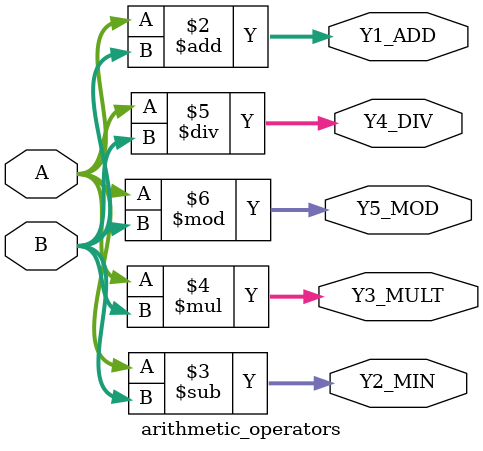
<source format=v>
`timescale 1ns / 1ps
module arithmetic_operators(input [2:0]A,B, output reg [3:0]Y1_ADD, output reg[5:0]Y3_MULT, 
                                  output reg[2:0]Y2_MIN, Y4_DIV, Y5_MOD);
always@(A,B)
begin
Y1_ADD = A + B;
Y2_MIN = A - B;
Y3_MULT = A * B;
Y4_DIV = A / B;
Y5_MOD = A % B;
end
endmodule

</source>
